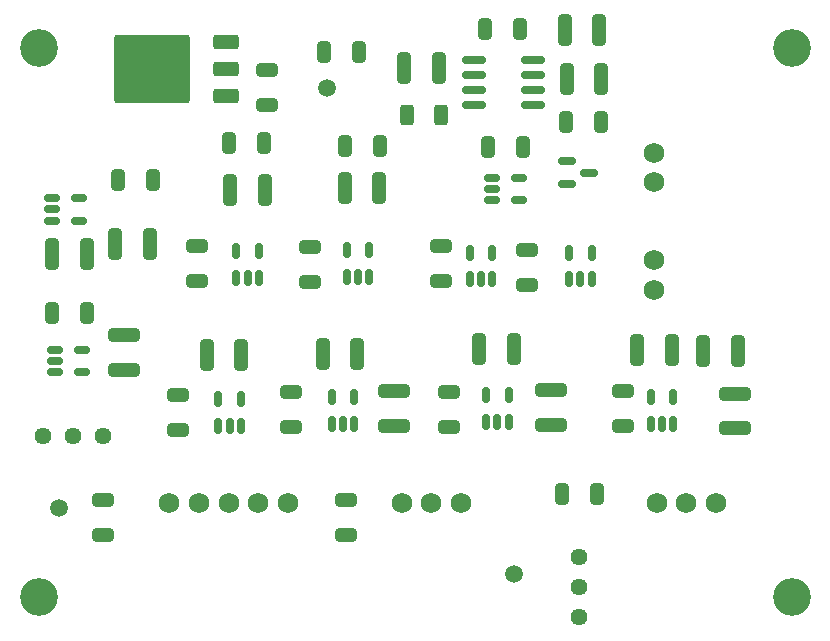
<source format=gbr>
%TF.GenerationSoftware,KiCad,Pcbnew,9.0.4*%
%TF.CreationDate,2025-11-03T23:40:34-06:00*%
%TF.ProjectId,BPSD-2025,42505344-2d32-4303-9235-2e6b69636164,rev?*%
%TF.SameCoordinates,Original*%
%TF.FileFunction,Soldermask,Top*%
%TF.FilePolarity,Negative*%
%FSLAX46Y46*%
G04 Gerber Fmt 4.6, Leading zero omitted, Abs format (unit mm)*
G04 Created by KiCad (PCBNEW 9.0.4) date 2025-11-03 23:40:34*
%MOMM*%
%LPD*%
G01*
G04 APERTURE LIST*
G04 Aperture macros list*
%AMRoundRect*
0 Rectangle with rounded corners*
0 $1 Rounding radius*
0 $2 $3 $4 $5 $6 $7 $8 $9 X,Y pos of 4 corners*
0 Add a 4 corners polygon primitive as box body*
4,1,4,$2,$3,$4,$5,$6,$7,$8,$9,$2,$3,0*
0 Add four circle primitives for the rounded corners*
1,1,$1+$1,$2,$3*
1,1,$1+$1,$4,$5*
1,1,$1+$1,$6,$7*
1,1,$1+$1,$8,$9*
0 Add four rect primitives between the rounded corners*
20,1,$1+$1,$2,$3,$4,$5,0*
20,1,$1+$1,$4,$5,$6,$7,0*
20,1,$1+$1,$6,$7,$8,$9,0*
20,1,$1+$1,$8,$9,$2,$3,0*%
G04 Aperture macros list end*
%ADD10RoundRect,0.250000X0.650000X-0.325000X0.650000X0.325000X-0.650000X0.325000X-0.650000X-0.325000X0*%
%ADD11RoundRect,0.250000X-0.650000X0.325000X-0.650000X-0.325000X0.650000X-0.325000X0.650000X0.325000X0*%
%ADD12RoundRect,0.250000X-0.325000X-0.650000X0.325000X-0.650000X0.325000X0.650000X-0.325000X0.650000X0*%
%ADD13RoundRect,0.250000X-1.075000X0.312500X-1.075000X-0.312500X1.075000X-0.312500X1.075000X0.312500X0*%
%ADD14RoundRect,0.250000X0.850000X0.350000X-0.850000X0.350000X-0.850000X-0.350000X0.850000X-0.350000X0*%
%ADD15RoundRect,0.249997X2.950003X2.650003X-2.950003X2.650003X-2.950003X-2.650003X2.950003X-2.650003X0*%
%ADD16C,1.752600*%
%ADD17RoundRect,0.250000X-0.312500X-1.075000X0.312500X-1.075000X0.312500X1.075000X-0.312500X1.075000X0*%
%ADD18C,1.500000*%
%ADD19RoundRect,0.150000X0.150000X-0.512500X0.150000X0.512500X-0.150000X0.512500X-0.150000X-0.512500X0*%
%ADD20RoundRect,0.250000X0.325000X0.650000X-0.325000X0.650000X-0.325000X-0.650000X0.325000X-0.650000X0*%
%ADD21RoundRect,0.150000X-0.512500X-0.150000X0.512500X-0.150000X0.512500X0.150000X-0.512500X0.150000X0*%
%ADD22C,3.200000*%
%ADD23RoundRect,0.250000X0.312500X1.075000X-0.312500X1.075000X-0.312500X-1.075000X0.312500X-1.075000X0*%
%ADD24RoundRect,0.150000X0.825000X0.150000X-0.825000X0.150000X-0.825000X-0.150000X0.825000X-0.150000X0*%
%ADD25RoundRect,0.250000X1.075000X-0.312500X1.075000X0.312500X-1.075000X0.312500X-1.075000X-0.312500X0*%
%ADD26RoundRect,0.250000X0.312500X0.625000X-0.312500X0.625000X-0.312500X-0.625000X0.312500X-0.625000X0*%
%ADD27RoundRect,0.150000X-0.587500X-0.150000X0.587500X-0.150000X0.587500X0.150000X-0.587500X0.150000X0*%
%ADD28C,1.440000*%
G04 APERTURE END LIST*
D10*
%TO.C,C20*%
X125108000Y-105107400D03*
X125108000Y-102157400D03*
%TD*%
D11*
%TO.C,C24*%
X145072400Y-90117800D03*
X145072400Y-93067800D03*
%TD*%
D12*
%TO.C,C18*%
X104918767Y-95429767D03*
X107868767Y-95429767D03*
%TD*%
D11*
%TO.C,C25*%
X117183200Y-89787600D03*
X117183200Y-92737600D03*
%TD*%
D13*
%TO.C,R17*%
X147160767Y-101993667D03*
X147160767Y-104918667D03*
%TD*%
D14*
%TO.C,U3*%
X119620000Y-77087500D03*
X119620000Y-74807500D03*
D15*
X113320000Y-74807500D03*
D14*
X119620000Y-72527500D03*
%TD*%
D16*
%TO.C,J4*%
X124824800Y-111549695D03*
X122324800Y-111549695D03*
X119824800Y-111549695D03*
X117324800Y-111549695D03*
X114824800Y-111549695D03*
%TD*%
D17*
%TO.C,R11*%
X110234300Y-89636600D03*
X113159300Y-89636600D03*
%TD*%
D18*
%TO.C,TP8*%
X105453967Y-111939767D03*
%TD*%
D17*
%TO.C,R1*%
X148307500Y-71510000D03*
X151232500Y-71510000D03*
%TD*%
D19*
%TO.C,U12*%
X128552200Y-104820700D03*
X129502200Y-104820700D03*
X130452200Y-104820700D03*
X130452200Y-102545700D03*
X128552200Y-102545700D03*
%TD*%
D20*
%TO.C,C15*%
X113412800Y-84150200D03*
X110462800Y-84150200D03*
%TD*%
D10*
%TO.C,C19*%
X138519200Y-105056600D03*
X138519200Y-102106600D03*
%TD*%
D21*
%TO.C,U9*%
X105103867Y-98543767D03*
X105103867Y-99493767D03*
X105103867Y-100443767D03*
X107378867Y-100443767D03*
X107378867Y-98543767D03*
%TD*%
D22*
%TO.C,REF\u002A\u002A*%
X167500000Y-119507400D03*
%TD*%
D19*
%TO.C,U6*%
X118962300Y-104998500D03*
X119912300Y-104998500D03*
X120862300Y-104998500D03*
X120862300Y-102723500D03*
X118962300Y-102723500D03*
%TD*%
D22*
%TO.C,REF\u002A\u002A*%
X103750000Y-73000000D03*
%TD*%
D20*
%TO.C,C14*%
X151023367Y-110771367D03*
X148073367Y-110771367D03*
%TD*%
D17*
%TO.C,R18*%
X119974900Y-85064600D03*
X122899900Y-85064600D03*
%TD*%
%TO.C,R12*%
X154437500Y-98600000D03*
X157362500Y-98600000D03*
%TD*%
D11*
%TO.C,C26*%
X109233000Y-111276000D03*
X109233000Y-114226000D03*
%TD*%
D19*
%TO.C,U7*%
X140236200Y-92603300D03*
X141186200Y-92603300D03*
X142136200Y-92603300D03*
X142136200Y-90328300D03*
X140236200Y-90328300D03*
%TD*%
D20*
%TO.C,C11*%
X122836200Y-81051400D03*
X119886200Y-81051400D03*
%TD*%
D18*
%TO.C,TP9*%
X143985767Y-117527767D03*
%TD*%
D11*
%TO.C,C13*%
X129781600Y-111250600D03*
X129781600Y-114200600D03*
%TD*%
D19*
%TO.C,U5*%
X155589100Y-104820700D03*
X156539100Y-104820700D03*
X157489100Y-104820700D03*
X157489100Y-102545700D03*
X155589100Y-102545700D03*
%TD*%
D11*
%TO.C,C2*%
X123112500Y-74852000D03*
X123112500Y-77802000D03*
%TD*%
D23*
%TO.C,R21*%
X143969500Y-98527000D03*
X141044500Y-98527000D03*
%TD*%
D16*
%TO.C,J5*%
X155811895Y-90973400D03*
X155811895Y-93473400D03*
%TD*%
D24*
%TO.C,U1*%
X145575000Y-77855000D03*
X145575000Y-76585000D03*
X145575000Y-75315000D03*
X145575000Y-74045000D03*
X140625000Y-74045000D03*
X140625000Y-75315000D03*
X140625000Y-76585000D03*
X140625000Y-77855000D03*
%TD*%
D23*
%TO.C,R4*%
X137622500Y-74700000D03*
X134697500Y-74700000D03*
%TD*%
D25*
%TO.C,R23*%
X162725400Y-105196500D03*
X162725400Y-102271500D03*
%TD*%
D19*
%TO.C,U18*%
X148669000Y-92603300D03*
X149619000Y-92603300D03*
X150569000Y-92603300D03*
X150569000Y-90328300D03*
X148669000Y-90328300D03*
%TD*%
D16*
%TO.C,J1*%
X161079967Y-111549695D03*
X158579967Y-111549695D03*
X156079967Y-111549695D03*
%TD*%
D12*
%TO.C,C1*%
X148395000Y-79280000D03*
X151345000Y-79280000D03*
%TD*%
D26*
%TO.C,R3*%
X137842500Y-78640000D03*
X134917500Y-78640000D03*
%TD*%
D19*
%TO.C,U10*%
X141644500Y-104693700D03*
X142594500Y-104693700D03*
X143544500Y-104693700D03*
X143544500Y-102418700D03*
X141644500Y-102418700D03*
%TD*%
D10*
%TO.C,C16*%
X153263600Y-105030800D03*
X153263600Y-102080800D03*
%TD*%
D22*
%TO.C,REF\u002A\u002A*%
X103750000Y-119507400D03*
%TD*%
D25*
%TO.C,R15*%
X110965767Y-100245067D03*
X110965767Y-97320067D03*
%TD*%
D11*
%TO.C,C23*%
X126700000Y-89850000D03*
X126700000Y-92800000D03*
%TD*%
D13*
%TO.C,R16*%
X133794800Y-102068300D03*
X133794800Y-104993300D03*
%TD*%
D17*
%TO.C,R20*%
X129652300Y-84886800D03*
X132577300Y-84886800D03*
%TD*%
D20*
%TO.C,C10*%
X132615200Y-81280000D03*
X129665200Y-81280000D03*
%TD*%
%TO.C,C5*%
X144465000Y-71370000D03*
X141515000Y-71370000D03*
%TD*%
D21*
%TO.C,U17*%
X142169300Y-84013000D03*
X142169300Y-84963000D03*
X142169300Y-85913000D03*
X144444300Y-85913000D03*
X144444300Y-84013000D03*
%TD*%
D27*
%TO.C,Q1*%
X148439900Y-82616000D03*
X148439900Y-84516000D03*
X150314900Y-83566000D03*
%TD*%
D19*
%TO.C,U8*%
X129837500Y-92412500D03*
X130787500Y-92412500D03*
X131737500Y-92412500D03*
X131737500Y-90137500D03*
X129837500Y-90137500D03*
%TD*%
%TO.C,U11*%
X120486300Y-92476300D03*
X121436300Y-92476300D03*
X122386300Y-92476300D03*
X122386300Y-90201300D03*
X120486300Y-90201300D03*
%TD*%
D10*
%TO.C,C17*%
X115537767Y-105312167D03*
X115537767Y-102362167D03*
%TD*%
D16*
%TO.C,J3*%
X155811895Y-81873400D03*
X155811895Y-84373400D03*
%TD*%
D28*
%TO.C,RV6*%
X109207600Y-105818367D03*
X106667600Y-105818367D03*
X104127600Y-105818367D03*
%TD*%
D12*
%TO.C,C4*%
X127938000Y-73304400D03*
X130888000Y-73304400D03*
%TD*%
D23*
%TO.C,R22*%
X162937500Y-98650000D03*
X160012500Y-98650000D03*
%TD*%
D21*
%TO.C,U4*%
X104920500Y-85726500D03*
X104920500Y-86676500D03*
X104920500Y-87626500D03*
X107195500Y-87626500D03*
X107195500Y-85726500D03*
%TD*%
D22*
%TO.C,REF\u002A\u002A*%
X167500000Y-73000000D03*
%TD*%
D28*
%TO.C,RV7*%
X149456367Y-116120906D03*
X149456367Y-118660906D03*
X149456367Y-121200906D03*
%TD*%
D17*
%TO.C,R2*%
X148477500Y-75630000D03*
X151402500Y-75630000D03*
%TD*%
D23*
%TO.C,R24*%
X130736100Y-98882600D03*
X127811100Y-98882600D03*
%TD*%
D16*
%TO.C,J2*%
X139475367Y-111549695D03*
X136975367Y-111549695D03*
X134475367Y-111549695D03*
%TD*%
D12*
%TO.C,C21*%
X141806400Y-81407000D03*
X144756400Y-81407000D03*
%TD*%
D23*
%TO.C,R14*%
X107825300Y-90486500D03*
X104900300Y-90486500D03*
%TD*%
%TO.C,R13*%
X120906300Y-98984200D03*
X117981300Y-98984200D03*
%TD*%
D11*
%TO.C,C22*%
X137795000Y-89787200D03*
X137795000Y-92737200D03*
%TD*%
D18*
%TO.C,TP10*%
X128143000Y-76428600D03*
%TD*%
M02*

</source>
